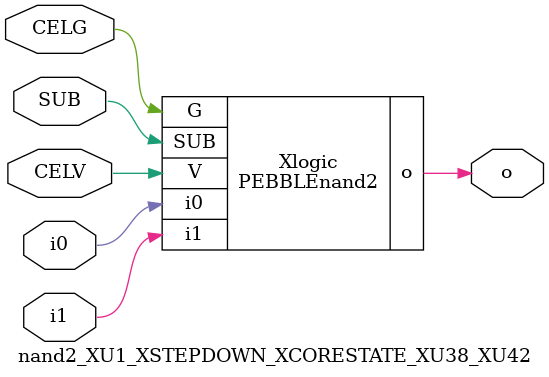
<source format=v>



module PEBBLEnand2 ( o, G, SUB, V, i0, i1 );

  input i0;
  input V;
  input i1;
  input G;
  output o;
  input SUB;
endmodule

//Celera Confidential Do Not Copy nand2_XU1_XSTEPDOWN_XCORESTATE_XU38_XU42
//Celera Confidential Symbol Generator
//5V NAND2
module nand2_XU1_XSTEPDOWN_XCORESTATE_XU38_XU42 (CELV,CELG,i0,i1,o,SUB);
input CELV;
input CELG;
input i0;
input i1;
input SUB;
output o;

//Celera Confidential Do Not Copy nand2
PEBBLEnand2 Xlogic(
.V (CELV),
.i0 (i0),
.i1 (i1),
.o (o),
.SUB (SUB),
.G (CELG)
);
//,diesize,PEBBLEnand2

//Celera Confidential Do Not Copy Module End
//Celera Schematic Generator
endmodule

</source>
